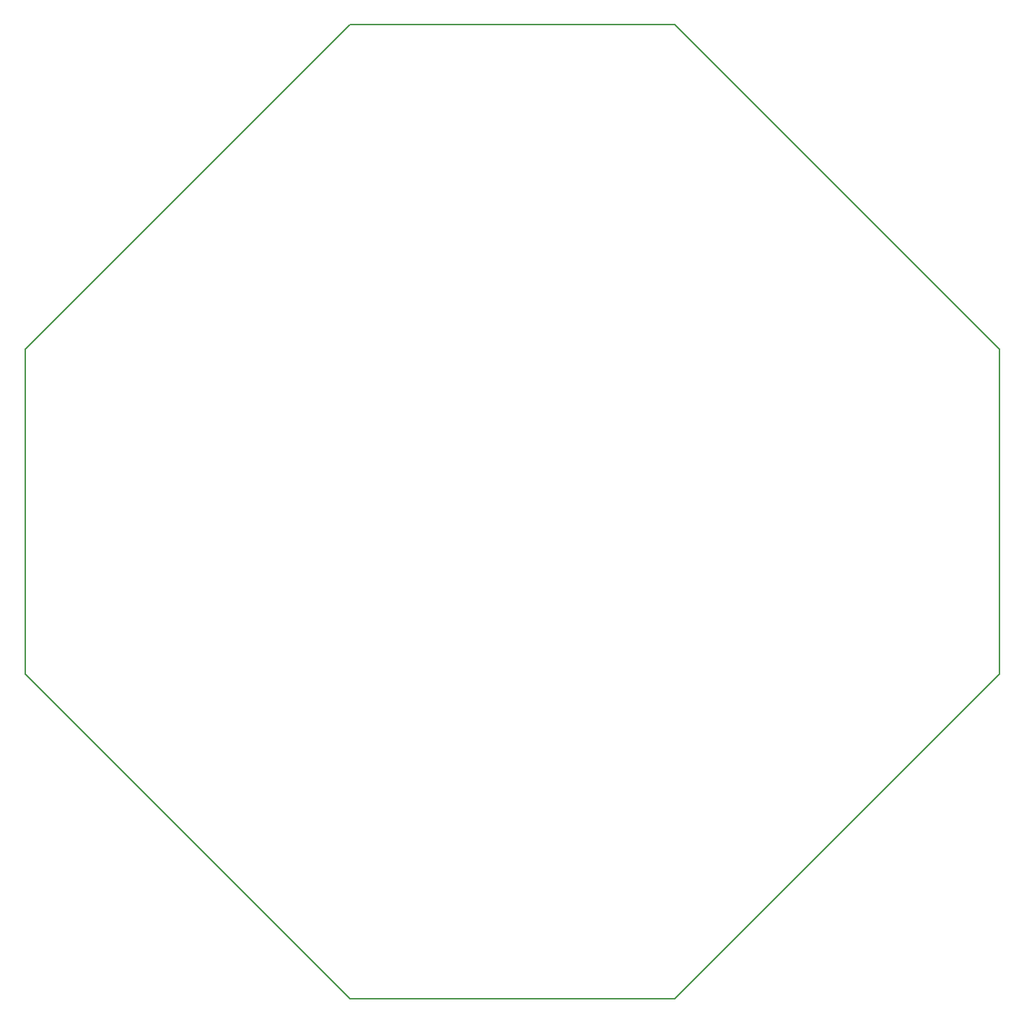
<source format=gbr>
G04 #@! TF.FileFunction,Profile,NP*
%FSLAX46Y46*%
G04 Gerber Fmt 4.6, Leading zero omitted, Abs format (unit mm)*
G04 Created by KiCad (PCBNEW 4.0.4-stable) date 12/10/16 14:43:47*
%MOMM*%
%LPD*%
G01*
G04 APERTURE LIST*
%ADD10C,0.100000*%
%ADD11C,0.150000*%
G04 APERTURE END LIST*
D10*
D11*
X133350000Y-158750000D02*
X171450000Y-158750000D01*
X95250000Y-82550000D02*
X95250000Y-120650000D01*
X133350000Y-44450000D02*
X171450000Y-44450000D01*
X209550000Y-82550000D02*
X209550000Y-120650000D01*
X203200000Y-76200000D02*
X209550000Y-82550000D01*
X171450000Y-44450000D02*
X203200000Y-76200000D01*
X133350000Y-158750000D02*
X115570000Y-140970000D01*
X133350000Y-44450000D02*
X128270000Y-49530000D01*
X95250000Y-82550000D02*
X128270000Y-49530000D01*
X95250000Y-120650000D02*
X115570000Y-140970000D01*
X209550000Y-120650000D02*
X171450000Y-158750000D01*
M02*

</source>
